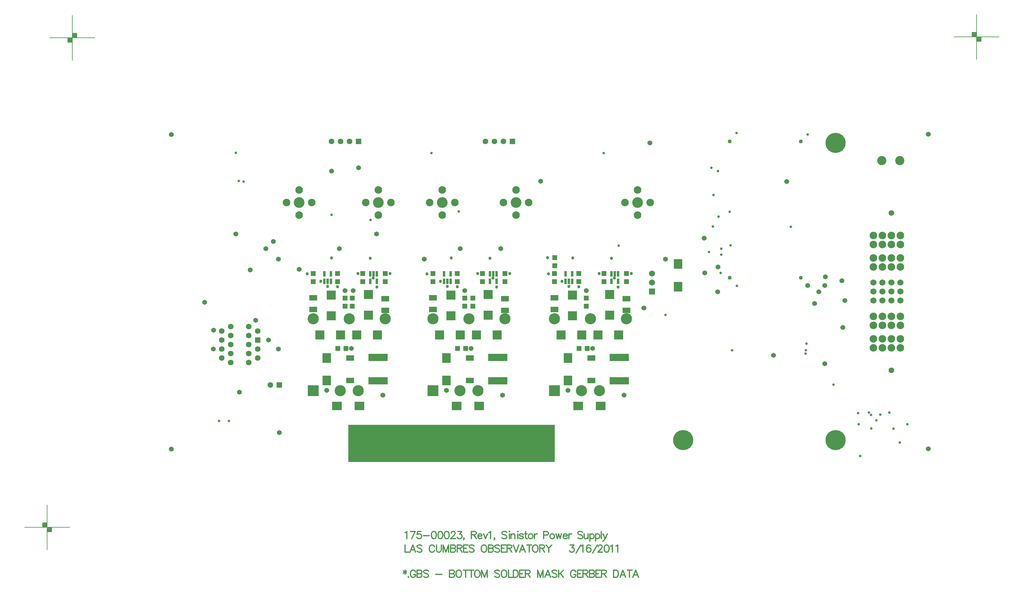
<source format=gbs>
%FSLAX23Y23*%
%MOIN*%
G70*
G01*
G75*
G04 Layer_Color=16711935*
%ADD10R,0.051X0.059*%
%ADD11R,0.102X0.094*%
%ADD12R,0.070X0.135*%
%ADD13R,0.050X0.050*%
%ADD14R,0.079X0.209*%
%ADD15R,0.050X0.050*%
%ADD16R,0.022X0.057*%
%ADD17R,0.022X0.057*%
%ADD18R,0.059X0.051*%
%ADD19R,0.200X0.040*%
%ADD20R,0.200X0.150*%
%ADD21R,0.057X0.022*%
%ADD22R,0.057X0.022*%
%ADD23R,0.036X0.036*%
%ADD24O,0.014X0.067*%
%ADD25O,0.024X0.079*%
%ADD26R,0.059X0.039*%
%ADD27R,0.057X0.012*%
%ADD28R,0.025X0.185*%
%ADD29R,0.025X0.100*%
%ADD30C,0.010*%
%ADD31C,0.050*%
%ADD32C,0.007*%
%ADD33C,0.100*%
%ADD34C,0.012*%
%ADD35C,0.008*%
%ADD36C,0.012*%
%ADD37C,0.012*%
%ADD38C,0.115*%
%ADD39C,0.080*%
%ADD40R,0.120X0.120*%
%ADD41C,0.120*%
%ADD42R,0.059X0.059*%
%ADD43C,0.059*%
%ADD44C,0.050*%
%ADD45R,0.063X0.063*%
%ADD46C,0.063*%
%ADD47C,0.098*%
%ADD48C,0.065*%
%ADD49C,0.220*%
%ADD50C,0.039*%
%ADD51C,0.024*%
%ADD52C,0.030*%
%ADD53C,0.040*%
%ADD54C,0.093*%
G04:AMPARAMS|DCode=55|XSize=98mil|YSize=98mil|CornerRadius=0mil|HoleSize=0mil|Usage=FLASHONLY|Rotation=0.000|XOffset=0mil|YOffset=0mil|HoleType=Round|Shape=Relief|Width=10mil|Gap=10mil|Entries=4|*
%AMTHD55*
7,0,0,0.098,0.078,0.010,45*
%
%ADD55THD55*%
%ADD56C,0.098*%
%ADD57C,0.055*%
G04:AMPARAMS|DCode=58|XSize=95.433mil|YSize=95.433mil|CornerRadius=0mil|HoleSize=0mil|Usage=FLASHONLY|Rotation=0.000|XOffset=0mil|YOffset=0mil|HoleType=Round|Shape=Relief|Width=10mil|Gap=10mil|Entries=4|*
%AMTHD58*
7,0,0,0.095,0.075,0.010,45*
%
%ADD58THD58*%
%ADD59C,0.130*%
%ADD60C,0.059*%
%ADD61C,0.079*%
%ADD62C,0.072*%
%ADD63C,0.060*%
%ADD64C,0.170*%
%ADD65C,0.048*%
G04:AMPARAMS|DCode=66|XSize=87.559mil|YSize=87.559mil|CornerRadius=0mil|HoleSize=0mil|Usage=FLASHONLY|Rotation=0.000|XOffset=0mil|YOffset=0mil|HoleType=Round|Shape=Relief|Width=10mil|Gap=10mil|Entries=4|*
%AMTHD66*
7,0,0,0.088,0.068,0.010,45*
%
%ADD66THD66*%
%ADD67C,0.186*%
%ADD68C,0.060*%
%ADD69C,0.048*%
G04:AMPARAMS|DCode=70|XSize=70mil|YSize=70mil|CornerRadius=0mil|HoleSize=0mil|Usage=FLASHONLY|Rotation=0.000|XOffset=0mil|YOffset=0mil|HoleType=Round|Shape=Relief|Width=10mil|Gap=10mil|Entries=4|*
%AMTHD70*
7,0,0,0.070,0.050,0.010,45*
%
%ADD70THD70*%
G04:AMPARAMS|DCode=71|XSize=88mil|YSize=88mil|CornerRadius=0mil|HoleSize=0mil|Usage=FLASHONLY|Rotation=0.000|XOffset=0mil|YOffset=0mil|HoleType=Round|Shape=Relief|Width=10mil|Gap=10mil|Entries=4|*
%AMTHD71*
7,0,0,0.088,0.068,0.010,45*
%
%ADD71THD71*%
G04:AMPARAMS|DCode=72|XSize=75mil|YSize=75mil|CornerRadius=0mil|HoleSize=0mil|Usage=FLASHONLY|Rotation=0.000|XOffset=0mil|YOffset=0mil|HoleType=Round|Shape=Relief|Width=10mil|Gap=10mil|Entries=4|*
%AMTHD72*
7,0,0,0.075,0.055,0.010,45*
%
%ADD72THD72*%
%ADD73C,0.035*%
%ADD74C,0.005*%
%ADD75C,0.058*%
G04:AMPARAMS|DCode=76|XSize=138mil|YSize=138mil|CornerRadius=0mil|HoleSize=0mil|Usage=FLASHONLY|Rotation=0.000|XOffset=0mil|YOffset=0mil|HoleType=Round|Shape=Relief|Width=10mil|Gap=10mil|Entries=4|*
%AMTHD76*
7,0,0,0.138,0.118,0.010,45*
%
%ADD76THD76*%
G04:AMPARAMS|DCode=77|XSize=119.055mil|YSize=119.055mil|CornerRadius=0mil|HoleSize=0mil|Usage=FLASHONLY|Rotation=0.000|XOffset=0mil|YOffset=0mil|HoleType=Round|Shape=Relief|Width=10mil|Gap=10mil|Entries=4|*
%AMTHD77*
7,0,0,0.119,0.099,0.010,45*
%
%ADD77THD77*%
G04:AMPARAMS|DCode=78|XSize=112mil|YSize=112mil|CornerRadius=0mil|HoleSize=0mil|Usage=FLASHONLY|Rotation=0.000|XOffset=0mil|YOffset=0mil|HoleType=Round|Shape=Relief|Width=10mil|Gap=10mil|Entries=4|*
%AMTHD78*
7,0,0,0.112,0.092,0.010,45*
%
%ADD78THD78*%
G04:AMPARAMS|DCode=79|XSize=100mil|YSize=100mil|CornerRadius=0mil|HoleSize=0mil|Usage=FLASHONLY|Rotation=0.000|XOffset=0mil|YOffset=0mil|HoleType=Round|Shape=Relief|Width=10mil|Gap=10mil|Entries=4|*
%AMTHD79*
7,0,0,0.100,0.080,0.010,45*
%
%ADD79THD79*%
%ADD80R,0.094X0.102*%
%ADD81R,0.087X0.059*%
%ADD82R,0.209X0.079*%
%ADD83R,0.100X0.100*%
%ADD84R,0.086X0.060*%
%ADD85R,0.100X0.100*%
%ADD86C,0.010*%
%ADD87C,0.020*%
%ADD88C,0.004*%
%ADD89C,0.010*%
%ADD90C,0.024*%
%ADD91C,0.020*%
%ADD92C,0.008*%
%ADD93C,0.006*%
%ADD94C,0.007*%
%ADD95C,0.015*%
%ADD96R,0.286X0.155*%
%ADD97R,0.082X0.020*%
%ADD98R,0.055X0.063*%
%ADD99R,0.106X0.098*%
%ADD100R,0.074X0.139*%
%ADD101R,0.054X0.054*%
%ADD102R,0.083X0.213*%
%ADD103R,0.054X0.054*%
%ADD104R,0.026X0.061*%
%ADD105R,0.026X0.061*%
%ADD106R,0.063X0.055*%
%ADD107R,0.204X0.044*%
%ADD108R,0.204X0.154*%
%ADD109R,0.061X0.026*%
%ADD110R,0.061X0.026*%
%ADD111R,0.040X0.040*%
%ADD112O,0.018X0.071*%
%ADD113O,0.028X0.083*%
%ADD114R,0.063X0.043*%
%ADD115R,0.061X0.016*%
%ADD116R,0.029X0.189*%
%ADD117R,0.029X0.104*%
%ADD118C,0.119*%
%ADD119C,0.084*%
%ADD120R,0.124X0.124*%
%ADD121C,0.124*%
%ADD122R,0.063X0.063*%
%ADD123C,0.063*%
%ADD124C,0.054*%
%ADD125R,0.067X0.067*%
%ADD126C,0.067*%
%ADD127C,0.102*%
%ADD128C,0.069*%
%ADD129C,0.224*%
%ADD130C,0.043*%
%ADD131C,0.028*%
%ADD132C,0.034*%
%ADD133R,2.294X0.413*%
%ADD134R,0.098X0.106*%
%ADD135R,0.091X0.063*%
%ADD136R,0.213X0.083*%
%ADD137R,0.104X0.104*%
%ADD138R,0.090X0.064*%
%ADD139R,0.104X0.104*%
D34*
X19956Y14499D02*
Y14454D01*
X19937Y14488D02*
X19975Y14465D01*
Y14488D02*
X19937Y14465D01*
X19995Y14427D02*
X19991Y14423D01*
X19995Y14419D01*
X19999Y14423D01*
X19995Y14427D01*
X20074Y14480D02*
X20070Y14488D01*
X20062Y14496D01*
X20055Y14499D01*
X20039D01*
X20032Y14496D01*
X20024Y14488D01*
X20020Y14480D01*
X20017Y14469D01*
Y14450D01*
X20020Y14439D01*
X20024Y14431D01*
X20032Y14423D01*
X20039Y14419D01*
X20055D01*
X20062Y14423D01*
X20070Y14431D01*
X20074Y14439D01*
Y14450D01*
X20055D02*
X20074D01*
X20092Y14499D02*
Y14419D01*
Y14499D02*
X20126D01*
X20138Y14496D01*
X20142Y14492D01*
X20145Y14484D01*
Y14477D01*
X20142Y14469D01*
X20138Y14465D01*
X20126Y14461D01*
X20092D02*
X20126D01*
X20138Y14458D01*
X20142Y14454D01*
X20145Y14446D01*
Y14435D01*
X20142Y14427D01*
X20138Y14423D01*
X20126Y14419D01*
X20092D01*
X20217Y14488D02*
X20209Y14496D01*
X20198Y14499D01*
X20182D01*
X20171Y14496D01*
X20163Y14488D01*
Y14480D01*
X20167Y14473D01*
X20171Y14469D01*
X20178Y14465D01*
X20201Y14458D01*
X20209Y14454D01*
X20213Y14450D01*
X20217Y14442D01*
Y14431D01*
X20209Y14423D01*
X20198Y14419D01*
X20182D01*
X20171Y14423D01*
X20163Y14431D01*
X20297Y14454D02*
X20366D01*
X20452Y14499D02*
Y14419D01*
Y14499D02*
X20487D01*
X20498Y14496D01*
X20502Y14492D01*
X20506Y14484D01*
Y14477D01*
X20502Y14469D01*
X20498Y14465D01*
X20487Y14461D01*
X20452D02*
X20487D01*
X20498Y14458D01*
X20502Y14454D01*
X20506Y14446D01*
Y14435D01*
X20502Y14427D01*
X20498Y14423D01*
X20487Y14419D01*
X20452D01*
X20546Y14499D02*
X20539Y14496D01*
X20531Y14488D01*
X20527Y14480D01*
X20524Y14469D01*
Y14450D01*
X20527Y14439D01*
X20531Y14431D01*
X20539Y14423D01*
X20546Y14419D01*
X20562D01*
X20569Y14423D01*
X20577Y14431D01*
X20581Y14439D01*
X20585Y14450D01*
Y14469D01*
X20581Y14480D01*
X20577Y14488D01*
X20569Y14496D01*
X20562Y14499D01*
X20546D01*
X20630D02*
Y14419D01*
X20603Y14499D02*
X20656D01*
X20693D02*
Y14419D01*
X20666Y14499D02*
X20719D01*
X20752D02*
X20744Y14496D01*
X20736Y14488D01*
X20733Y14480D01*
X20729Y14469D01*
Y14450D01*
X20733Y14439D01*
X20736Y14431D01*
X20744Y14423D01*
X20752Y14419D01*
X20767D01*
X20775Y14423D01*
X20782Y14431D01*
X20786Y14439D01*
X20790Y14450D01*
Y14469D01*
X20786Y14480D01*
X20782Y14488D01*
X20775Y14496D01*
X20767Y14499D01*
X20752D01*
X20808D02*
Y14419D01*
Y14499D02*
X20839Y14419D01*
X20869Y14499D02*
X20839Y14419D01*
X20869Y14499D02*
Y14419D01*
X21008Y14488D02*
X21001Y14496D01*
X20989Y14499D01*
X20974D01*
X20963Y14496D01*
X20955Y14488D01*
Y14480D01*
X20959Y14473D01*
X20963Y14469D01*
X20970Y14465D01*
X20993Y14458D01*
X21001Y14454D01*
X21005Y14450D01*
X21008Y14442D01*
Y14431D01*
X21001Y14423D01*
X20989Y14419D01*
X20974D01*
X20963Y14423D01*
X20955Y14431D01*
X21049Y14499D02*
X21042Y14496D01*
X21034Y14488D01*
X21030Y14480D01*
X21026Y14469D01*
Y14450D01*
X21030Y14439D01*
X21034Y14431D01*
X21042Y14423D01*
X21049Y14419D01*
X21064D01*
X21072Y14423D01*
X21080Y14431D01*
X21083Y14439D01*
X21087Y14450D01*
Y14469D01*
X21083Y14480D01*
X21080Y14488D01*
X21072Y14496D01*
X21064Y14499D01*
X21049D01*
X21106D02*
Y14419D01*
X21152D01*
X21160Y14499D02*
Y14419D01*
Y14499D02*
X21187D01*
X21198Y14496D01*
X21206Y14488D01*
X21210Y14480D01*
X21214Y14469D01*
Y14450D01*
X21210Y14439D01*
X21206Y14431D01*
X21198Y14423D01*
X21187Y14419D01*
X21160D01*
X21281Y14499D02*
X21232D01*
Y14419D01*
X21281D01*
X21232Y14461D02*
X21262D01*
X21294Y14499D02*
Y14419D01*
Y14499D02*
X21329D01*
X21340Y14496D01*
X21344Y14492D01*
X21348Y14484D01*
Y14477D01*
X21344Y14469D01*
X21340Y14465D01*
X21329Y14461D01*
X21294D01*
X21321D02*
X21348Y14419D01*
X21429Y14499D02*
Y14419D01*
Y14499D02*
X21459Y14419D01*
X21489Y14499D02*
X21459Y14419D01*
X21489Y14499D02*
Y14419D01*
X21573D02*
X21543Y14499D01*
X21512Y14419D01*
X21524Y14446D02*
X21562D01*
X21645Y14488D02*
X21638Y14496D01*
X21626Y14499D01*
X21611D01*
X21600Y14496D01*
X21592Y14488D01*
Y14480D01*
X21596Y14473D01*
X21600Y14469D01*
X21607Y14465D01*
X21630Y14458D01*
X21638Y14454D01*
X21641Y14450D01*
X21645Y14442D01*
Y14431D01*
X21638Y14423D01*
X21626Y14419D01*
X21611D01*
X21600Y14423D01*
X21592Y14431D01*
X21663Y14499D02*
Y14419D01*
X21716Y14499D02*
X21663Y14446D01*
X21682Y14465D02*
X21716Y14419D01*
X21854Y14480D02*
X21851Y14488D01*
X21843Y14496D01*
X21835Y14499D01*
X21820D01*
X21812Y14496D01*
X21805Y14488D01*
X21801Y14480D01*
X21797Y14469D01*
Y14450D01*
X21801Y14439D01*
X21805Y14431D01*
X21812Y14423D01*
X21820Y14419D01*
X21835D01*
X21843Y14423D01*
X21851Y14431D01*
X21854Y14439D01*
Y14450D01*
X21835D02*
X21854D01*
X21922Y14499D02*
X21873D01*
Y14419D01*
X21922D01*
X21873Y14461D02*
X21903D01*
X21935Y14499D02*
Y14419D01*
Y14499D02*
X21970D01*
X21981Y14496D01*
X21985Y14492D01*
X21989Y14484D01*
Y14477D01*
X21985Y14469D01*
X21981Y14465D01*
X21970Y14461D01*
X21935D01*
X21962D02*
X21989Y14419D01*
X22007Y14499D02*
Y14419D01*
Y14499D02*
X22041D01*
X22052Y14496D01*
X22056Y14492D01*
X22060Y14484D01*
Y14477D01*
X22056Y14469D01*
X22052Y14465D01*
X22041Y14461D01*
X22007D02*
X22041D01*
X22052Y14458D01*
X22056Y14454D01*
X22060Y14446D01*
Y14435D01*
X22056Y14427D01*
X22052Y14423D01*
X22041Y14419D01*
X22007D01*
X22127Y14499D02*
X22078D01*
Y14419D01*
X22127D01*
X22078Y14461D02*
X22108D01*
X22141Y14499D02*
Y14419D01*
Y14499D02*
X22175D01*
X22186Y14496D01*
X22190Y14492D01*
X22194Y14484D01*
Y14477D01*
X22190Y14469D01*
X22186Y14465D01*
X22175Y14461D01*
X22141D01*
X22167D02*
X22194Y14419D01*
X22275Y14499D02*
Y14419D01*
Y14499D02*
X22301D01*
X22313Y14496D01*
X22321Y14488D01*
X22324Y14480D01*
X22328Y14469D01*
Y14450D01*
X22324Y14439D01*
X22321Y14431D01*
X22313Y14423D01*
X22301Y14419D01*
X22275D01*
X22407D02*
X22377Y14499D01*
X22346Y14419D01*
X22357Y14446D02*
X22396D01*
X22452Y14499D02*
Y14419D01*
X22426Y14499D02*
X22479D01*
X22549Y14419D02*
X22519Y14499D01*
X22488Y14419D01*
X22500Y14446D02*
X22538D01*
D35*
X15952Y15000D02*
X15962D01*
X15952Y14995D02*
Y15005D01*
Y14995D02*
X15962D01*
Y15005D01*
X15952D02*
X15962D01*
X15947Y14990D02*
Y15005D01*
Y14990D02*
X15967D01*
Y15010D01*
X15947D02*
X15967D01*
X15942Y14985D02*
Y15010D01*
Y14985D02*
X15972D01*
Y15015D01*
X15942D02*
X15972D01*
X15937Y14980D02*
Y15020D01*
Y14980D02*
X15977D01*
Y15020D01*
X15937D02*
X15977D01*
X16002Y14950D02*
X16012D01*
X16002Y14945D02*
Y14955D01*
Y14945D02*
X16012D01*
Y14955D01*
X16002D02*
X16012D01*
X15997Y14940D02*
Y14955D01*
Y14940D02*
X16017D01*
Y14960D01*
X15997D02*
X16017D01*
X15992Y14935D02*
Y14960D01*
Y14935D02*
X16022D01*
Y14965D01*
X15992D02*
X16022D01*
X15987Y14930D02*
Y14970D01*
Y14930D02*
X16027D01*
Y14970D01*
X15987D02*
X16027D01*
X15982Y14925D02*
X16032D01*
Y14975D01*
X15932Y15025D02*
X15982D01*
X15932Y14975D02*
Y15025D01*
X15982Y14725D02*
Y15225D01*
X15732Y14975D02*
X16232D01*
X16237Y20394D02*
Y20404D01*
X16232Y20394D02*
X16242D01*
Y20404D01*
X16232D02*
X16242D01*
X16232Y20394D02*
Y20404D01*
Y20389D02*
X16247D01*
Y20409D01*
X16227D02*
X16247D01*
X16227Y20389D02*
Y20409D01*
Y20384D02*
X16252D01*
Y20414D01*
X16222D02*
X16252D01*
X16222Y20384D02*
Y20414D01*
X16217Y20379D02*
X16257D01*
Y20419D01*
X16217D02*
X16257D01*
X16217Y20379D02*
Y20419D01*
X16287Y20444D02*
Y20454D01*
X16282Y20444D02*
X16292D01*
Y20454D01*
X16282D02*
X16292D01*
X16282Y20444D02*
Y20454D01*
Y20439D02*
X16297D01*
Y20459D01*
X16277D02*
X16297D01*
X16277Y20439D02*
Y20459D01*
Y20434D02*
X16302D01*
Y20464D01*
X16272D02*
X16302D01*
X16272Y20434D02*
Y20464D01*
X16267Y20429D02*
X16307D01*
Y20469D01*
X16267D02*
X16307D01*
X16267Y20429D02*
Y20469D01*
X16312Y20424D02*
Y20474D01*
X16262D02*
X16312D01*
X16212Y20374D02*
Y20424D01*
Y20374D02*
X16262D01*
X16012Y20424D02*
X16512D01*
X16262Y20174D02*
Y20674D01*
X26278Y20459D02*
X26288D01*
X26278Y20454D02*
Y20464D01*
Y20454D02*
X26288D01*
Y20464D01*
X26278D02*
X26288D01*
X26273Y20449D02*
Y20464D01*
Y20449D02*
X26293D01*
Y20469D01*
X26273D02*
X26293D01*
X26268Y20444D02*
Y20469D01*
Y20444D02*
X26298D01*
Y20474D01*
X26268D02*
X26298D01*
X26263Y20439D02*
Y20479D01*
Y20439D02*
X26303D01*
Y20479D01*
X26263D02*
X26303D01*
X26328Y20409D02*
X26338D01*
X26328Y20404D02*
Y20414D01*
Y20404D02*
X26338D01*
Y20414D01*
X26328D02*
X26338D01*
X26323Y20399D02*
Y20414D01*
Y20399D02*
X26343D01*
Y20419D01*
X26323D02*
X26343D01*
X26318Y20394D02*
Y20419D01*
Y20394D02*
X26348D01*
Y20424D01*
X26318D02*
X26348D01*
X26313Y20389D02*
Y20429D01*
Y20389D02*
X26353D01*
Y20429D01*
X26313D02*
X26353D01*
X26308Y20384D02*
X26358D01*
Y20434D01*
X26258Y20484D02*
X26308D01*
X26258Y20434D02*
Y20484D01*
X26308Y20184D02*
Y20684D01*
X26058Y20434D02*
X26558D01*
D36*
X19958Y14915D02*
X19966Y14919D01*
X19977Y14930D01*
Y14850D01*
X20070Y14930D02*
X20032Y14850D01*
X20017Y14930D02*
X20070D01*
X20134D02*
X20096D01*
X20092Y14896D01*
X20096Y14900D01*
X20107Y14903D01*
X20118D01*
X20130Y14900D01*
X20137Y14892D01*
X20141Y14881D01*
Y14873D01*
X20137Y14861D01*
X20130Y14854D01*
X20118Y14850D01*
X20107D01*
X20096Y14854D01*
X20092Y14858D01*
X20088Y14865D01*
X20159Y14884D02*
X20228D01*
X20274Y14930D02*
X20263Y14926D01*
X20255Y14915D01*
X20251Y14896D01*
Y14884D01*
X20255Y14865D01*
X20263Y14854D01*
X20274Y14850D01*
X20282D01*
X20293Y14854D01*
X20301Y14865D01*
X20305Y14884D01*
Y14896D01*
X20301Y14915D01*
X20293Y14926D01*
X20282Y14930D01*
X20274D01*
X20345D02*
X20334Y14926D01*
X20326Y14915D01*
X20323Y14896D01*
Y14884D01*
X20326Y14865D01*
X20334Y14854D01*
X20345Y14850D01*
X20353D01*
X20364Y14854D01*
X20372Y14865D01*
X20376Y14884D01*
Y14896D01*
X20372Y14915D01*
X20364Y14926D01*
X20353Y14930D01*
X20345D01*
X20417D02*
X20405Y14926D01*
X20398Y14915D01*
X20394Y14896D01*
Y14884D01*
X20398Y14865D01*
X20405Y14854D01*
X20417Y14850D01*
X20424D01*
X20436Y14854D01*
X20443Y14865D01*
X20447Y14884D01*
Y14896D01*
X20443Y14915D01*
X20436Y14926D01*
X20424Y14930D01*
X20417D01*
X20469Y14911D02*
Y14915D01*
X20473Y14922D01*
X20476Y14926D01*
X20484Y14930D01*
X20499D01*
X20507Y14926D01*
X20511Y14922D01*
X20515Y14915D01*
Y14907D01*
X20511Y14900D01*
X20503Y14888D01*
X20465Y14850D01*
X20518D01*
X20544Y14930D02*
X20586D01*
X20563Y14900D01*
X20574D01*
X20582Y14896D01*
X20586Y14892D01*
X20590Y14881D01*
Y14873D01*
X20586Y14861D01*
X20578Y14854D01*
X20567Y14850D01*
X20555D01*
X20544Y14854D01*
X20540Y14858D01*
X20536Y14865D01*
X20615Y14854D02*
X20611Y14850D01*
X20607Y14854D01*
X20611Y14858D01*
X20615Y14854D01*
Y14846D01*
X20611Y14839D01*
X20607Y14835D01*
X20695Y14930D02*
Y14850D01*
Y14930D02*
X20730D01*
X20741Y14926D01*
X20745Y14922D01*
X20749Y14915D01*
Y14907D01*
X20745Y14900D01*
X20741Y14896D01*
X20730Y14892D01*
X20695D01*
X20722D02*
X20749Y14850D01*
X20767Y14881D02*
X20812D01*
Y14888D01*
X20809Y14896D01*
X20805Y14900D01*
X20797Y14903D01*
X20786D01*
X20778Y14900D01*
X20770Y14892D01*
X20767Y14881D01*
Y14873D01*
X20770Y14861D01*
X20778Y14854D01*
X20786Y14850D01*
X20797D01*
X20805Y14854D01*
X20812Y14861D01*
X20829Y14903D02*
X20852Y14850D01*
X20875Y14903D02*
X20852Y14850D01*
X20888Y14915D02*
X20896Y14919D01*
X20907Y14930D01*
Y14850D01*
X20954Y14854D02*
X20951Y14850D01*
X20947Y14854D01*
X20951Y14858D01*
X20954Y14854D01*
Y14846D01*
X20951Y14839D01*
X20947Y14835D01*
X21088Y14919D02*
X21080Y14926D01*
X21069Y14930D01*
X21054D01*
X21042Y14926D01*
X21035Y14919D01*
Y14911D01*
X21039Y14903D01*
X21042Y14900D01*
X21050Y14896D01*
X21073Y14888D01*
X21080Y14884D01*
X21084Y14881D01*
X21088Y14873D01*
Y14861D01*
X21080Y14854D01*
X21069Y14850D01*
X21054D01*
X21042Y14854D01*
X21035Y14861D01*
X21114Y14930D02*
X21117Y14926D01*
X21121Y14930D01*
X21117Y14934D01*
X21114Y14930D01*
X21117Y14903D02*
Y14850D01*
X21135Y14903D02*
Y14850D01*
Y14888D02*
X21147Y14900D01*
X21154Y14903D01*
X21166D01*
X21173Y14900D01*
X21177Y14888D01*
Y14850D01*
X21206Y14930D02*
X21210Y14926D01*
X21213Y14930D01*
X21210Y14934D01*
X21206Y14930D01*
X21210Y14903D02*
Y14850D01*
X21269Y14892D02*
X21266Y14900D01*
X21254Y14903D01*
X21243D01*
X21231Y14900D01*
X21227Y14892D01*
X21231Y14884D01*
X21239Y14881D01*
X21258Y14877D01*
X21266Y14873D01*
X21269Y14865D01*
Y14861D01*
X21266Y14854D01*
X21254Y14850D01*
X21243D01*
X21231Y14854D01*
X21227Y14861D01*
X21298Y14930D02*
Y14865D01*
X21301Y14854D01*
X21309Y14850D01*
X21317D01*
X21286Y14903D02*
X21313D01*
X21347D02*
X21339Y14900D01*
X21332Y14892D01*
X21328Y14881D01*
Y14873D01*
X21332Y14861D01*
X21339Y14854D01*
X21347Y14850D01*
X21359D01*
X21366Y14854D01*
X21374Y14861D01*
X21378Y14873D01*
Y14881D01*
X21374Y14892D01*
X21366Y14900D01*
X21359Y14903D01*
X21347D01*
X21395D02*
Y14850D01*
Y14881D02*
X21399Y14892D01*
X21407Y14900D01*
X21414Y14903D01*
X21426D01*
X21496Y14888D02*
X21530D01*
X21541Y14892D01*
X21545Y14896D01*
X21549Y14903D01*
Y14915D01*
X21545Y14922D01*
X21541Y14926D01*
X21530Y14930D01*
X21496D01*
Y14850D01*
X21586Y14903D02*
X21578Y14900D01*
X21571Y14892D01*
X21567Y14881D01*
Y14873D01*
X21571Y14861D01*
X21578Y14854D01*
X21586Y14850D01*
X21597D01*
X21605Y14854D01*
X21613Y14861D01*
X21616Y14873D01*
Y14881D01*
X21613Y14892D01*
X21605Y14900D01*
X21597Y14903D01*
X21586D01*
X21634D02*
X21649Y14850D01*
X21664Y14903D02*
X21649Y14850D01*
X21664Y14903D02*
X21680Y14850D01*
X21695Y14903D02*
X21680Y14850D01*
X21713Y14881D02*
X21759D01*
Y14888D01*
X21755Y14896D01*
X21752Y14900D01*
X21744Y14903D01*
X21733D01*
X21725Y14900D01*
X21717Y14892D01*
X21713Y14881D01*
Y14873D01*
X21717Y14861D01*
X21725Y14854D01*
X21733Y14850D01*
X21744D01*
X21752Y14854D01*
X21759Y14861D01*
X21776Y14903D02*
Y14850D01*
Y14881D02*
X21780Y14892D01*
X21788Y14900D01*
X21795Y14903D01*
X21807D01*
X21930Y14919D02*
X21923Y14926D01*
X21911Y14930D01*
X21896D01*
X21885Y14926D01*
X21877Y14919D01*
Y14911D01*
X21881Y14903D01*
X21885Y14900D01*
X21892Y14896D01*
X21915Y14888D01*
X21923Y14884D01*
X21926Y14881D01*
X21930Y14873D01*
Y14861D01*
X21923Y14854D01*
X21911Y14850D01*
X21896D01*
X21885Y14854D01*
X21877Y14861D01*
X21948Y14903D02*
Y14865D01*
X21952Y14854D01*
X21960Y14850D01*
X21971D01*
X21979Y14854D01*
X21990Y14865D01*
Y14903D02*
Y14850D01*
X22011Y14903D02*
Y14823D01*
Y14892D02*
X22019Y14900D01*
X22026Y14903D01*
X22038D01*
X22045Y14900D01*
X22053Y14892D01*
X22057Y14881D01*
Y14873D01*
X22053Y14861D01*
X22045Y14854D01*
X22038Y14850D01*
X22026D01*
X22019Y14854D01*
X22011Y14861D01*
X22074Y14903D02*
Y14823D01*
Y14892D02*
X22081Y14900D01*
X22089Y14903D01*
X22100D01*
X22108Y14900D01*
X22116Y14892D01*
X22119Y14881D01*
Y14873D01*
X22116Y14861D01*
X22108Y14854D01*
X22100Y14850D01*
X22089D01*
X22081Y14854D01*
X22074Y14861D01*
X22137Y14930D02*
Y14850D01*
X22157Y14903D02*
X22180Y14850D01*
X22203Y14903D02*
X22180Y14850D01*
X22172Y14835D01*
X22165Y14827D01*
X22157Y14823D01*
X22153D01*
D37*
X19958Y14780D02*
Y14700D01*
X20004D01*
X20073D02*
X20043Y14780D01*
X20013Y14700D01*
X20024Y14727D02*
X20062D01*
X20145Y14769D02*
X20138Y14776D01*
X20126Y14780D01*
X20111D01*
X20100Y14776D01*
X20092Y14769D01*
Y14761D01*
X20096Y14753D01*
X20100Y14750D01*
X20107Y14746D01*
X20130Y14738D01*
X20138Y14734D01*
X20142Y14731D01*
X20145Y14723D01*
Y14711D01*
X20138Y14704D01*
X20126Y14700D01*
X20111D01*
X20100Y14704D01*
X20092Y14711D01*
X20283Y14761D02*
X20280Y14769D01*
X20272Y14776D01*
X20264Y14780D01*
X20249D01*
X20241Y14776D01*
X20234Y14769D01*
X20230Y14761D01*
X20226Y14750D01*
Y14731D01*
X20230Y14719D01*
X20234Y14711D01*
X20241Y14704D01*
X20249Y14700D01*
X20264D01*
X20272Y14704D01*
X20280Y14711D01*
X20283Y14719D01*
X20306Y14780D02*
Y14723D01*
X20310Y14711D01*
X20317Y14704D01*
X20329Y14700D01*
X20336D01*
X20348Y14704D01*
X20355Y14711D01*
X20359Y14723D01*
Y14780D01*
X20381D02*
Y14700D01*
Y14780D02*
X20412Y14700D01*
X20442Y14780D02*
X20412Y14700D01*
X20442Y14780D02*
Y14700D01*
X20465Y14780D02*
Y14700D01*
Y14780D02*
X20499D01*
X20511Y14776D01*
X20515Y14772D01*
X20518Y14765D01*
Y14757D01*
X20515Y14750D01*
X20511Y14746D01*
X20499Y14742D01*
X20465D02*
X20499D01*
X20511Y14738D01*
X20515Y14734D01*
X20518Y14727D01*
Y14715D01*
X20515Y14708D01*
X20511Y14704D01*
X20499Y14700D01*
X20465D01*
X20536Y14780D02*
Y14700D01*
Y14780D02*
X20570D01*
X20582Y14776D01*
X20586Y14772D01*
X20590Y14765D01*
Y14757D01*
X20586Y14750D01*
X20582Y14746D01*
X20570Y14742D01*
X20536D01*
X20563D02*
X20590Y14700D01*
X20657Y14780D02*
X20607D01*
Y14700D01*
X20657D01*
X20607Y14742D02*
X20638D01*
X20724Y14769D02*
X20716Y14776D01*
X20705Y14780D01*
X20689D01*
X20678Y14776D01*
X20670Y14769D01*
Y14761D01*
X20674Y14753D01*
X20678Y14750D01*
X20686Y14746D01*
X20708Y14738D01*
X20716Y14734D01*
X20720Y14731D01*
X20724Y14723D01*
Y14711D01*
X20716Y14704D01*
X20705Y14700D01*
X20689D01*
X20678Y14704D01*
X20670Y14711D01*
X20827Y14780D02*
X20820Y14776D01*
X20812Y14769D01*
X20808Y14761D01*
X20804Y14750D01*
Y14731D01*
X20808Y14719D01*
X20812Y14711D01*
X20820Y14704D01*
X20827Y14700D01*
X20842D01*
X20850Y14704D01*
X20858Y14711D01*
X20861Y14719D01*
X20865Y14731D01*
Y14750D01*
X20861Y14761D01*
X20858Y14769D01*
X20850Y14776D01*
X20842Y14780D01*
X20827D01*
X20884D02*
Y14700D01*
Y14780D02*
X20918D01*
X20930Y14776D01*
X20933Y14772D01*
X20937Y14765D01*
Y14757D01*
X20933Y14750D01*
X20930Y14746D01*
X20918Y14742D01*
X20884D02*
X20918D01*
X20930Y14738D01*
X20933Y14734D01*
X20937Y14727D01*
Y14715D01*
X20933Y14708D01*
X20930Y14704D01*
X20918Y14700D01*
X20884D01*
X21008Y14769D02*
X21001Y14776D01*
X20989Y14780D01*
X20974D01*
X20963Y14776D01*
X20955Y14769D01*
Y14761D01*
X20959Y14753D01*
X20963Y14750D01*
X20970Y14746D01*
X20993Y14738D01*
X21001Y14734D01*
X21005Y14731D01*
X21008Y14723D01*
Y14711D01*
X21001Y14704D01*
X20989Y14700D01*
X20974D01*
X20963Y14704D01*
X20955Y14711D01*
X21076Y14780D02*
X21026D01*
Y14700D01*
X21076D01*
X21026Y14742D02*
X21057D01*
X21089Y14780D02*
Y14700D01*
Y14780D02*
X21124D01*
X21135Y14776D01*
X21139Y14772D01*
X21143Y14765D01*
Y14757D01*
X21139Y14750D01*
X21135Y14746D01*
X21124Y14742D01*
X21089D01*
X21116D02*
X21143Y14700D01*
X21160Y14780D02*
X21191Y14700D01*
X21221Y14780D02*
X21191Y14700D01*
X21293D02*
X21262Y14780D01*
X21232Y14700D01*
X21243Y14727D02*
X21281D01*
X21338Y14780D02*
Y14700D01*
X21311Y14780D02*
X21365D01*
X21397D02*
X21389Y14776D01*
X21382Y14769D01*
X21378Y14761D01*
X21374Y14750D01*
Y14731D01*
X21378Y14719D01*
X21382Y14711D01*
X21389Y14704D01*
X21397Y14700D01*
X21412D01*
X21420Y14704D01*
X21427Y14711D01*
X21431Y14719D01*
X21435Y14731D01*
Y14750D01*
X21431Y14761D01*
X21427Y14769D01*
X21420Y14776D01*
X21412Y14780D01*
X21397D01*
X21454D02*
Y14700D01*
Y14780D02*
X21488D01*
X21499Y14776D01*
X21503Y14772D01*
X21507Y14765D01*
Y14757D01*
X21503Y14750D01*
X21499Y14746D01*
X21488Y14742D01*
X21454D01*
X21480D02*
X21507Y14700D01*
X21525Y14780D02*
X21555Y14742D01*
Y14700D01*
X21586Y14780D02*
X21555Y14742D01*
X21792Y14780D02*
X21834D01*
X21811Y14750D01*
X21823D01*
X21830Y14746D01*
X21834Y14742D01*
X21838Y14731D01*
Y14723D01*
X21834Y14711D01*
X21827Y14704D01*
X21815Y14700D01*
X21804D01*
X21792Y14704D01*
X21789Y14708D01*
X21785Y14715D01*
X21856Y14689D02*
X21909Y14780D01*
X21915Y14765D02*
X21922Y14769D01*
X21934Y14780D01*
Y14700D01*
X22019Y14769D02*
X22015Y14776D01*
X22004Y14780D01*
X21996D01*
X21985Y14776D01*
X21977Y14765D01*
X21973Y14746D01*
Y14727D01*
X21977Y14711D01*
X21985Y14704D01*
X21996Y14700D01*
X22000D01*
X22011Y14704D01*
X22019Y14711D01*
X22023Y14723D01*
Y14727D01*
X22019Y14738D01*
X22011Y14746D01*
X22000Y14750D01*
X21996D01*
X21985Y14746D01*
X21977Y14738D01*
X21973Y14727D01*
X22040Y14689D02*
X22094Y14780D01*
X22103Y14761D02*
Y14765D01*
X22107Y14772D01*
X22110Y14776D01*
X22118Y14780D01*
X22133D01*
X22141Y14776D01*
X22145Y14772D01*
X22148Y14765D01*
Y14757D01*
X22145Y14750D01*
X22137Y14738D01*
X22099Y14700D01*
X22152D01*
X22193Y14780D02*
X22182Y14776D01*
X22174Y14765D01*
X22170Y14746D01*
Y14734D01*
X22174Y14715D01*
X22182Y14704D01*
X22193Y14700D01*
X22201D01*
X22212Y14704D01*
X22220Y14715D01*
X22223Y14734D01*
Y14746D01*
X22220Y14765D01*
X22212Y14776D01*
X22201Y14780D01*
X22193D01*
X22241Y14765D02*
X22249Y14769D01*
X22260Y14780D01*
Y14700D01*
X22300Y14765D02*
X22308Y14769D01*
X22319Y14780D01*
Y14700D01*
D99*
X19200Y16325D02*
D03*
X19452D02*
D03*
X20530D02*
D03*
X20782D02*
D03*
X21880D02*
D03*
X22132D02*
D03*
D101*
X19211Y16965D02*
D03*
X19301D02*
D03*
X20541D02*
D03*
X20631D02*
D03*
X21891D02*
D03*
X21981D02*
D03*
D103*
X19291Y17435D02*
D03*
Y17525D02*
D03*
X19736Y17800D02*
D03*
Y17710D02*
D03*
X18936D02*
D03*
Y17800D02*
D03*
X19206Y17710D02*
D03*
Y17800D02*
D03*
X19486D02*
D03*
Y17710D02*
D03*
X19371Y17525D02*
D03*
Y17435D02*
D03*
X20266Y17710D02*
D03*
Y17800D02*
D03*
X21066D02*
D03*
Y17710D02*
D03*
X20536D02*
D03*
Y17800D02*
D03*
X20621Y17435D02*
D03*
Y17525D02*
D03*
X20816Y17800D02*
D03*
Y17710D02*
D03*
X21616D02*
D03*
Y17800D02*
D03*
X22416D02*
D03*
Y17710D02*
D03*
X21886D02*
D03*
Y17800D02*
D03*
X21971Y17435D02*
D03*
Y17525D02*
D03*
X22166Y17800D02*
D03*
Y17710D02*
D03*
X20711Y17525D02*
D03*
Y17435D02*
D03*
X21621Y17975D02*
D03*
Y17885D02*
D03*
D104*
X19134Y17713D02*
D03*
X19569Y17797D02*
D03*
X20464Y17713D02*
D03*
X20899Y17797D02*
D03*
X21814Y17713D02*
D03*
X22249Y17797D02*
D03*
D105*
X19096Y17713D02*
D03*
X19059D02*
D03*
Y17797D02*
D03*
X19134D02*
D03*
X19606D02*
D03*
X19644D02*
D03*
Y17713D02*
D03*
X19569D02*
D03*
X20426D02*
D03*
X20389D02*
D03*
Y17797D02*
D03*
X20464D02*
D03*
X20936D02*
D03*
X20974D02*
D03*
Y17713D02*
D03*
X20899D02*
D03*
X21776D02*
D03*
X21739D02*
D03*
Y17797D02*
D03*
X21814D02*
D03*
X22286D02*
D03*
X22324D02*
D03*
Y17713D02*
D03*
X22249D02*
D03*
D118*
X18781Y18590D02*
D03*
X19661D02*
D03*
X21191D02*
D03*
X20371D02*
D03*
X22541D02*
D03*
D119*
X18781Y18731D02*
D03*
Y18449D02*
D03*
X18640Y18590D02*
D03*
X18922D02*
D03*
X19661Y18731D02*
D03*
Y18449D02*
D03*
X19520Y18590D02*
D03*
X19802D02*
D03*
X21191Y18731D02*
D03*
Y18449D02*
D03*
X21050Y18590D02*
D03*
X21332D02*
D03*
X20371Y18731D02*
D03*
Y18449D02*
D03*
X20230Y18590D02*
D03*
X20512D02*
D03*
X22541Y18731D02*
D03*
Y18449D02*
D03*
X22400Y18590D02*
D03*
X22682D02*
D03*
X25462Y17323D02*
D03*
X25362D02*
D03*
X25262D02*
D03*
X25162D02*
D03*
Y17223D02*
D03*
X25262D02*
D03*
X25362D02*
D03*
X25462D02*
D03*
X25162Y17073D02*
D03*
X25262D02*
D03*
X25362D02*
D03*
X25462D02*
D03*
X25162Y16973D02*
D03*
X25262D02*
D03*
X25362D02*
D03*
X25462D02*
D03*
Y17873D02*
D03*
X25362D02*
D03*
X25262D02*
D03*
X25162D02*
D03*
X25462Y17973D02*
D03*
X25362D02*
D03*
X25262D02*
D03*
X25162D02*
D03*
X25462Y18123D02*
D03*
X25362D02*
D03*
X25262D02*
D03*
X25162D02*
D03*
Y18223D02*
D03*
X25262D02*
D03*
X25362D02*
D03*
X25462D02*
D03*
D120*
X21616Y16495D02*
D03*
X20266D02*
D03*
X18936D02*
D03*
D121*
X21916D02*
D03*
X22116D02*
D03*
X22416Y17295D02*
D03*
X22016D02*
D03*
X21616D02*
D03*
X20266D02*
D03*
X20666D02*
D03*
X21066D02*
D03*
X20766Y16495D02*
D03*
X20566D02*
D03*
X19236D02*
D03*
X19436D02*
D03*
X19736Y17295D02*
D03*
X19336D02*
D03*
X18936D02*
D03*
D122*
X18561Y16560D02*
D03*
X21151Y19270D02*
D03*
X19441D02*
D03*
X18321Y17060D02*
D03*
D123*
X18461Y16560D02*
D03*
X20851Y19270D02*
D03*
X20951D02*
D03*
X21051D02*
D03*
X19141D02*
D03*
X19241D02*
D03*
X19341D02*
D03*
X25362Y18473D02*
D03*
Y16723D02*
D03*
X18221Y16910D02*
D03*
X18021D02*
D03*
Y17010D02*
D03*
Y17110D02*
D03*
X18221D02*
D03*
Y17010D02*
D03*
X18321Y16960D02*
D03*
Y16860D02*
D03*
X18221Y16810D02*
D03*
X18021D02*
D03*
X17921Y16860D02*
D03*
Y16960D02*
D03*
Y17060D02*
D03*
Y17160D02*
D03*
X18021Y17210D02*
D03*
X18221D02*
D03*
X18321Y17160D02*
D03*
D124*
X17361Y19347D02*
D03*
Y15847D02*
D03*
X25772Y15849D02*
D03*
Y19349D02*
D03*
X19140Y18939D02*
D03*
X19441Y18976D02*
D03*
X21464Y18825D02*
D03*
X24196Y18823D02*
D03*
X17832Y17168D02*
D03*
X18494Y18155D02*
D03*
X23281Y18194D02*
D03*
X23287Y17806D02*
D03*
X24627Y17763D02*
D03*
X24810Y17721D02*
D03*
X24843Y17499D02*
D03*
X23432Y17597D02*
D03*
X24555Y17595D02*
D03*
X23433Y17872D02*
D03*
X20571Y18075D02*
D03*
X19226D02*
D03*
X24506Y17465D02*
D03*
X24621Y16795D02*
D03*
Y17665D02*
D03*
X24431D02*
D03*
X24821Y17200D02*
D03*
X24051Y16890D02*
D03*
X18561Y16030D02*
D03*
X18116Y16480D02*
D03*
X18076Y18240D02*
D03*
X19641D02*
D03*
X17826Y16960D02*
D03*
X17731Y17480D02*
D03*
X22611Y17415D02*
D03*
X18551Y16960D02*
D03*
Y17960D02*
D03*
X20171D02*
D03*
X18441Y17060D02*
D03*
X18411Y18075D02*
D03*
X21021D02*
D03*
X18296Y17280D02*
D03*
X18236Y17840D02*
D03*
X18781Y17845D02*
D03*
X22851Y17960D02*
D03*
X19086Y16500D02*
D03*
X19711Y16445D02*
D03*
X19361Y16965D02*
D03*
X19291Y17610D02*
D03*
X19381D02*
D03*
X21041Y16445D02*
D03*
X20621Y17610D02*
D03*
X20691Y16965D02*
D03*
X20416Y16500D02*
D03*
X22391Y16445D02*
D03*
X21971Y17610D02*
D03*
X22041Y16965D02*
D03*
X21766Y16500D02*
D03*
X22676Y19254D02*
D03*
D125*
X22701Y17600D02*
D03*
D126*
Y17700D02*
D03*
Y17800D02*
D03*
D127*
X25255Y19055D02*
D03*
X25455D02*
D03*
D128*
X25162Y17698D02*
D03*
X25262D02*
D03*
X25362D02*
D03*
X25462D02*
D03*
X25162Y17598D02*
D03*
X25262D02*
D03*
X25362D02*
D03*
X25462D02*
D03*
X25162Y17498D02*
D03*
X25262D02*
D03*
X25362D02*
D03*
X25462D02*
D03*
D129*
X24741Y19252D02*
D03*
Y15945D02*
D03*
X23048D02*
D03*
D130*
X24353Y19269D02*
D03*
Y17754D02*
D03*
X23563Y19269D02*
D03*
Y17754D02*
D03*
D131*
X18111Y18830D02*
D03*
X23359Y18976D02*
D03*
X23433Y18939D02*
D03*
X18164Y18824D02*
D03*
X23385Y18673D02*
D03*
X19141Y18453D02*
D03*
X19575Y18396D02*
D03*
X23440Y18434D02*
D03*
X20553Y18488D02*
D03*
X23563Y18486D02*
D03*
X23574Y18113D02*
D03*
X22332Y18108D02*
D03*
X23471Y18076D02*
D03*
Y18008D02*
D03*
X23335Y18040D02*
D03*
X23377Y18323D02*
D03*
X23464Y17806D02*
D03*
X24409Y16945D02*
D03*
X23590D02*
D03*
X24243Y18321D02*
D03*
X23639Y19363D02*
D03*
X23643Y17663D02*
D03*
X24432Y19346D02*
D03*
X25014Y15770D02*
D03*
X25338Y16254D02*
D03*
X24992Y16246D02*
D03*
X24718Y16564D02*
D03*
X24998Y16124D02*
D03*
X25537Y16122D02*
D03*
X25454Y15920D02*
D03*
X25138Y16075D02*
D03*
X25384Y16074D02*
D03*
X25236Y16228D02*
D03*
X25194Y16167D02*
D03*
X25134Y16227D02*
D03*
X25109Y16254D02*
D03*
X24416Y17020D02*
D03*
X24406Y16910D02*
D03*
X18001Y16160D02*
D03*
X17891D02*
D03*
X22851Y17340D02*
D03*
X18078Y19143D02*
D03*
X20251Y19141D02*
D03*
X22165Y19140D02*
D03*
D132*
X21541Y17975D02*
D03*
X19206Y17652D02*
D03*
X19097Y17656D02*
D03*
X19644Y17648D02*
D03*
X19790Y17799D02*
D03*
X19022Y17713D02*
D03*
X18871Y17797D02*
D03*
X19141Y17973D02*
D03*
X19569Y17969D02*
D03*
X19605Y17748D02*
D03*
X19435Y17801D02*
D03*
X20471Y17973D02*
D03*
X20427Y17656D02*
D03*
X20201Y17797D02*
D03*
X20352Y17713D02*
D03*
X20899Y17969D02*
D03*
X20935Y17748D02*
D03*
X20974Y17648D02*
D03*
X21120Y17799D02*
D03*
X20536Y17652D02*
D03*
X20765Y17801D02*
D03*
X21821Y17973D02*
D03*
X21777Y17656D02*
D03*
X21551Y17797D02*
D03*
X21702Y17713D02*
D03*
X22249Y17969D02*
D03*
X22285Y17748D02*
D03*
X22324Y17648D02*
D03*
X22470Y17799D02*
D03*
X21886Y17652D02*
D03*
X22115Y17801D02*
D03*
D133*
X20473Y15911D02*
D03*
D134*
X22991Y17906D02*
D03*
Y17654D02*
D03*
X19086Y16609D02*
D03*
Y16861D02*
D03*
X20416Y16609D02*
D03*
Y16861D02*
D03*
X21766Y16609D02*
D03*
Y16861D02*
D03*
D135*
X19346Y16861D02*
D03*
Y16609D02*
D03*
X20676Y16861D02*
D03*
Y16609D02*
D03*
X22026Y16861D02*
D03*
Y16609D02*
D03*
D136*
X19656Y16605D02*
D03*
Y16865D02*
D03*
X20986Y16605D02*
D03*
Y16865D02*
D03*
X22336Y16605D02*
D03*
Y16865D02*
D03*
D137*
X19421Y17115D02*
D03*
X19651D02*
D03*
X19011D02*
D03*
X19241D02*
D03*
X20341D02*
D03*
X20571D02*
D03*
X20751D02*
D03*
X20981D02*
D03*
X21691D02*
D03*
X21921D02*
D03*
X22101D02*
D03*
X22331D02*
D03*
D138*
X18936Y17400D02*
D03*
Y17530D02*
D03*
X19736Y17390D02*
D03*
Y17520D02*
D03*
X20266Y17400D02*
D03*
Y17530D02*
D03*
X21066Y17390D02*
D03*
Y17520D02*
D03*
X21616Y17400D02*
D03*
Y17530D02*
D03*
X22416Y17390D02*
D03*
Y17520D02*
D03*
D139*
X19136Y17560D02*
D03*
Y17330D02*
D03*
X19551Y17335D02*
D03*
Y17565D02*
D03*
X20466Y17560D02*
D03*
Y17330D02*
D03*
X20881Y17335D02*
D03*
Y17565D02*
D03*
X21816Y17560D02*
D03*
Y17330D02*
D03*
X22231Y17335D02*
D03*
Y17565D02*
D03*
M02*

</source>
